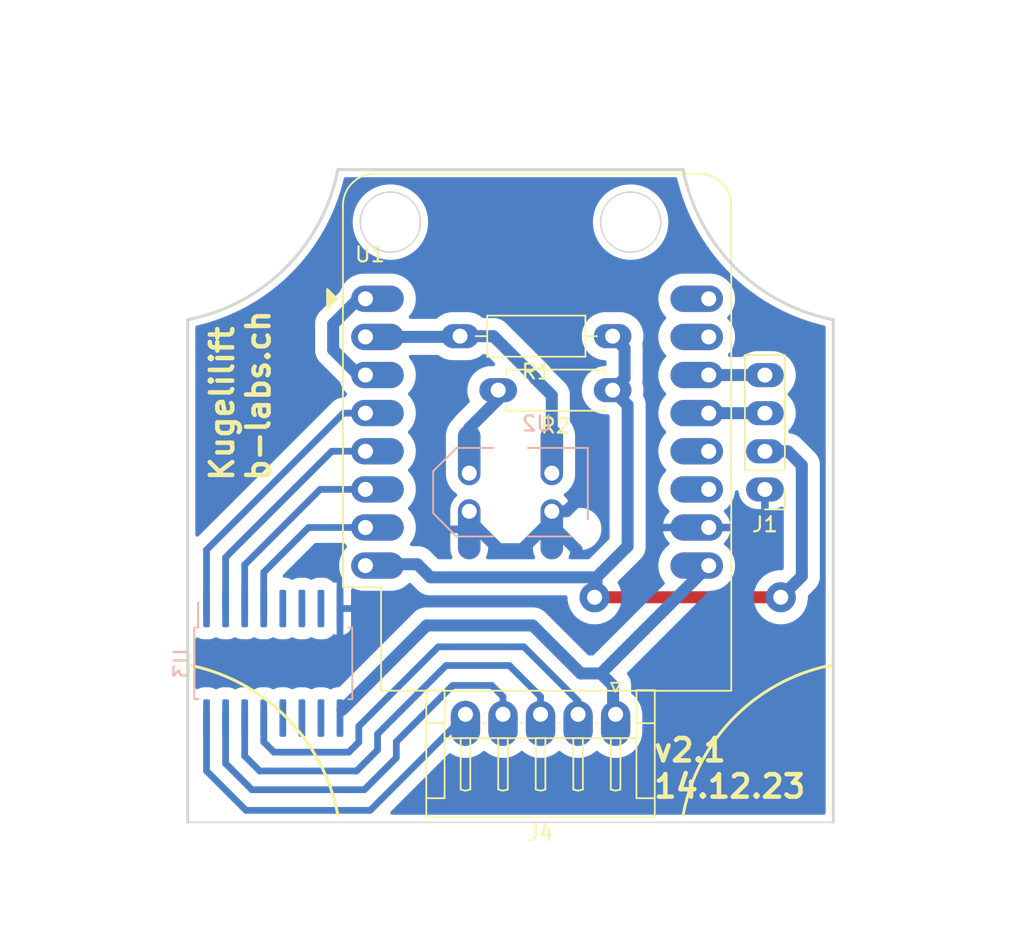
<source format=kicad_pcb>
(kicad_pcb (version 20211014) (generator pcbnew)
  (layers (0 "F.Cu" signal) (31 "B.Cu" signal) (34 "B.Paste" user) (35 "F.Paste" user) (36 "B.SilkS" user "B.Silkscreen") (37 "F.SilkS" user "F.Silkscreen") (38 "B.Mask" user) (39 "F.Mask" user) (44 "Edge.Cuts" user))
  (net 0 "")
  (net 1 "Net-(R1-Pad2)")
  (net 2 "+3V3")
  (net 3 "+5V")
  (net 4 "GND")
  (net 8 "/RST")
  (net 14 "/slim-out-1")
  (net 15 "/slim-out-2")
  (net 16 "/slim-out-3")
  (net 17 "/slim-out-4")
  (net 18 "/slim-in-1")
  (net 19 "/slim-in-2")
  (net 20 "/slim-in-3")
  (net 21 "/slim-in-4")
  (net 22 "/slim-out-5")
  (net 23 "/slim-in-5")
  (net 24 "Net-(R2-Pad2)")
  (net 25 "/SDA")
  (net 26 "/SCL")
  (footprint "Resistor_THT:R_Axial_DIN0207_L6.3mm_D2.5mm_P7.62mm_Horizontal" (layer "F.Cu") (at 128.8 71.2 180)
    (fp_text reference "R2" (at 3.81 -2.37) (layer "F.SilkS"))
    (fp_text value "150")
    (fp_line (start 0.54 -1.04) (end 0.54 -1.37) (layer "F.SilkS") (width 0.12))
    (fp_line (start 7.08 -1.37) (end 7.08 -1.04) (layer "F.SilkS") (width 0.12))
    (fp_line (start 0.54 1.04) (end 0.54 1.37) (layer "F.SilkS") (width 0.12))
    (fp_line (start 0.54 -1.37) (end 7.08 -1.37) (layer "F.SilkS") (width 0.12))
    (fp_line (start 7.08 1.37) (end 7.08 1.04) (layer "F.SilkS") (width 0.12))
    (fp_line (start 0.54 1.37) (end 7.08 1.37) (layer "F.SilkS") (width 0.12))
    (pad "1" thru_hole oval (at 0 0 180) (size 2.5 1.6) (drill 1) (layers *.Cu *.Mask) (net 2 "+3V3"))
    (pad "2" thru_hole oval (at 7.62 0 180) (size 2.5 1.6) (drill 1) (layers *.Cu *.Mask) (net 24 "Net-(R2-Pad2)"))
  )
  (footprint "Module:WEMOS_D1_mini_light" (layer "F.Cu") (at 112.339869 65.11)
    (fp_text reference "U1" (at 0.3 -2.95) (layer "F.SilkS"))
    (fp_text value "WeMos_D1_mini")
    (fp_line (start 1.04 19.22) (end 1.04 26.12) (layer "F.SilkS") (width 0.12))
    (fp_line (start 24.36 26.12) (end 24.36 -6.21) (layer "F.SilkS") (width 0.12))
    (fp_line (start 1.04 26.12) (end 24.36 26.12) (layer "F.SilkS") (width 0.12))
    (fp_line (start -1.5 19.22) (end 1.04 19.22) (layer "F.SilkS") (width 0.12))
    (fp_line (start 22.24 -8.34) (end 0.63 -8.34) (layer "F.SilkS") (width 0.12))
    (fp_line (start -1.5 19.22) (end -1.5 -6.21) (layer "F.SilkS") (width 0.12))
    (fp_arc (start -1.5 -6.21) (mid -0.876137 -7.716137) (end 0.63 -8.34) (layer "F.SilkS") (width 0.12))
    (fp_arc (start 22.23 -8.34) (mid 23.736137 -7.716137) (end 24.36 -6.21) (layer "F.SilkS") (width 0.12))
    (fp_poly (pts (xy -2.54 -0.635) (xy -2.54 0.635) (xy -1.905 0)) (layer "F.SilkS") (width 0.15) (fill solid))
    (pad "1" thru_hole oval (at 0 0) (size 3.5 1.75) (drill 1 (offset 0.8 0)) (layers *.Cu *.Mask) (net 8 "/RST"))
    (pad "2" thru_hole oval (at 0 2.54) (size 3.5 1.75) (drill 1 (offset 0.8 0)) (layers *.Cu *.Mask) (net 1 "Net-(R1-Pad2)"))
    (pad "3" thru_hole oval (at 0 5.08) (size 3.5 1.75) (drill 1 (offset 0.8 0)) (layers *.Cu *.Mask) (net 8 "/RST"))
    (pad "4" thru_hole oval (at 0 7.62) (size 3.5 1.75) (drill 1 (offset 0.8 0)) (layers *.Cu *.Mask) (net 18 "/slim-in-1"))
    (pad "5" thru_hole oval (at 0 10.16) (size 3.5 1.75) (drill 1 (offset 0.8 0)) (layers *.Cu *.Mask) (net 19 "/slim-in-2"))
    (pad "6" thru_hole oval (at 0 12.7) (size 3.5 1.75) (drill 1 (offset 0.8 0)) (layers *.Cu *.Mask) (net 20 "/slim-in-3"))
    (pad "7" thru_hole oval (at 0 15.24) (size 3.5 1.75) (drill 1 (offset 0.8 0)) (layers *.Cu *.Mask) (net 21 "/slim-in-4"))
    (pad "8" thru_hole oval (at 0 17.78) (size 3.5 1.75) (drill 1 (offset 0.8 0)) (layers *.Cu *.Mask) (net 2 "+3V3"))
    (pad "9" thru_hole oval (at 22.86 17.78 180) (size 3.5 1.75) (drill 1 (offset 0.8 0)) (layers *.Cu *.Mask) (net 3 "+5V"))
    (pad "10" thru_hole oval (at 22.86 15.24 180) (size 3.5 1.75) (drill 1 (offset 0.8 0)) (layers *.Cu *.Mask) (net 4 "GND"))
    (pad "11" thru_hole oval (at 22.86 12.7 180) (size 3.5 1.75) (drill 1 (offset 0.8 0)) (layers *.Cu *.Mask))
    (pad "12" thru_hole oval (at 22.86 10.16 180) (size 3.5 1.75) (drill 1 (offset 0.8 0)) (layers *.Cu *.Mask))
    (pad "13" thru_hole oval (at 22.86 7.62 180) (size 3.5 1.75) (drill 1 (offset 0.8 0)) (layers *.Cu *.Mask) (net 25 "/SDA"))
    (pad "14" thru_hole oval (at 22.86 5.08 180) (size 3.5 1.75) (drill 1 (offset 0.8 0)) (layers *.Cu *.Mask) (net 26 "/SCL"))
    (pad "15" thru_hole oval (at 22.86 2.54 180) (size 3.5 1.75) (drill 1 (offset 0.8 0)) (layers *.Cu *.Mask))
    (pad "16" thru_hole oval (at 22.86 0 180) (size 3.5 1.75) (drill 1 (offset 0.8 0)) (layers *.Cu *.Mask))
  )
  (footprint "Connector_PinHeader_2.54mm:PinHeader_1x04_P2.54mm_Vertical" (layer "F.Cu") (at 138.942392 77.815895 180)
    (fp_text reference "J1" (at 0 -2.33) (layer "F.SilkS"))
    (fp_text value "I2C")
    (fp_line (start -1.33 1.27) (end -1.33 8.95) (layer "F.SilkS") (width 0.12))
    (fp_line (start -1.33 -1.33) (end 0 -1.33) (layer "F.SilkS") (width 0.12))
    (fp_line (start 1.33 1.27) (end 1.33 8.95) (layer "F.SilkS") (width 0.12))
    (fp_line (start -1.33 0) (end -1.33 -1.33) (layer "F.SilkS") (width 0.12))
    (fp_line (start -1.33 1.27) (end 1.33 1.27) (layer "F.SilkS") (width 0.12))
    (fp_line (start -1.33 8.95) (end 1.33 8.95) (layer "F.SilkS") (width 0.12))
    (pad "1" thru_hole oval (at 0 0 180) (size 2.5 1.6) (drill 1) (layers *.Cu *.Mask) (net 4 "GND"))
    (pad "2" thru_hole oval (at 0 2.54 180) (size 2.5 1.6) (drill 1) (layers *.Cu *.Mask) (net 2 "+3V3"))
    (pad "3" thru_hole oval (at 0 5.08 180) (size 2.5 1.6) (drill 1) (layers *.Cu *.Mask) (net 25 "/SDA"))
    (pad "4" thru_hole oval (at 0 7.62 180) (size 2.5 1.6) (drill 1) (layers *.Cu *.Mask) (net 26 "/SCL"))
  )
  (footprint "Connector_JST:JST_EH_S5B-EH_1x05_P2.50mm_Horizontal" (layer "F.Cu") (at 129 92.8 180)
    (fp_text reference "J4" (at 5 -7.9) (layer "F.SilkS"))
    (fp_text value "Conn_01x05")
    (fp_line (start 7.18 -5.01) (end 7.5 -5.09) (layer "F.SilkS") (width 0.12))
    (fp_line (start 7.5 -1.59) (end 7.18 -1.59) (layer "F.SilkS") (width 0.12))
    (fp_line (start -1.39 -5.59) (end -1.39 -0.59) (layer "F.SilkS") (width 0.12))
    (fp_line (start -1.39 -0.59) (end -1.39 1.61) (layer "F.SilkS") (width 0.12))
    (fp_line (start 0 -1.59) (end -0.32 -1.59) (layer "F.SilkS") (width 0.12))
    (fp_line (start 1.17 -0.59) (end 1.33 -0.59) (layer "F.SilkS") (width 0.12))
    (fp_line (start 6.17 -0.59) (end 6.33 -0.59) (layer "F.SilkS") (width 0.12))
    (fp_line (start 5 -1.59) (end 4.68 -1.59) (layer "F.SilkS") (width 0.12))
    (fp_line (start -2.61 -5.59) (end -1.39 -5.59) (layer "F.SilkS") (width 0.12))
    (fp_line (start -1.39 -1.59) (end 11.39 -1.59) (layer "F.SilkS") (width 0.12))
    (fp_line (start 7.82 -1.59) (end 7.5 -1.59) (layer "F.SilkS") (width 0.12))
    (fp_line (start -2.61 -6.81) (end 12.61 -6.81) (layer "F.SilkS") (width 0.12))
    (fp_line (start -1.39 1.61) (end -2.61 1.61) (layer "F.SilkS") (width 0.12))
    (fp_line (start -0.32 -1.59) (end -0.32 -5.01) (layer "F.SilkS") (width 0.12))
    (fp_line (start 4.68 -1.59) (end 4.68 -5.01) (layer "F.SilkS") (width 0.12))
    (fp_line (start 9.68 -1.59) (end 9.68 -5.01) (layer "F.SilkS") (width 0.12))
    (fp_line (start 2.5 -5.09) (end 2.82 -5.01) (layer "F.SilkS") (width 0.12))
    (fp_line (start 10 -5.09) (end 10.32 -5.01) (layer "F.SilkS") (width 0.12))
    (fp_line (start 3.67 -0.59) (end 3.83 -0.59) (layer "F.SilkS") (width 0.12))
    (fp_line (start 5.32 -5.01) (end 5.32 -1.59) (layer "F.SilkS") (width 0.12))
    (fp_line (start 9.68 -5.01) (end 10 -5.09) (layer "F.SilkS") (width 0.12))
    (fp_line (start 7.5 -5.09) (end 7.82 -5.01) (layer "F.SilkS") (width 0.12))
    (fp_line (start 11.39 -5.59) (end 11.39 -0.59) (layer "F.SilkS") (width 0.12))
    (fp_line (start 11.39 1.61) (end 11.39 -0.59) (layer "F.SilkS") (width 0.12))
    (fp_line (start 4.68 -5.01) (end 5 -5.09) (layer "F.SilkS") (width 0.12))
    (fp_line (start 2.5 -1.59) (end 2.18 -1.59) (layer "F.SilkS") (width 0.12))
    (fp_line (start 10.32 -1.59) (end 10 -1.59) (layer "F.SilkS") (width 0.12))
    (fp_line (start 2.82 -5.01) (end 2.82 -1.59) (layer "F.SilkS") (width 0.12))
    (fp_line (start 12.61 -5.59) (end 11.39 -5.59) (layer "F.SilkS") (width 0.12))
    (fp_line (start 12.61 1.61) (end 11.39 1.61) (layer "F.SilkS") (width 0.12))
    (fp_line (start 5.32 -1.59) (end 5 -1.59) (layer "F.SilkS") (width 0.12))
    (fp_line (start 7.18 -1.59) (end 7.18 -5.01) (layer "F.SilkS") (width 0.12))
    (fp_line (start 0 1.5) (end -0.3 2.1) (layer "F.SilkS") (width 0.12))
    (fp_line (start 10.32 -5.01) (end 10.32 -1.59) (layer "F.SilkS") (width 0.12))
    (fp_line (start 11.39 -0.59) (end 12.61 -0.59) (layer "F.SilkS") (width 0.12))
    (fp_line (start 0.32 -1.59) (end 0 -1.59) (layer "F.SilkS") (width 0.12))
    (fp_line (start -0.32 -5.01) (end 0 -5.09) (layer "F.SilkS") (width 0.12))
    (fp_line (start 0 -5.09) (end 0.32 -5.01) (layer "F.SilkS") (width 0.12))
    (fp_line (start 7.82 -5.01) (end 7.82 -1.59) (layer "F.SilkS") (width 0.12))
    (fp_line (start 12.61 -6.81) (end 12.61 1.61) (layer "F.SilkS") (width 0.12))
    (fp_line (start 2.18 -5.01) (end 2.5 -5.09) (layer "F.SilkS") (width 0.12))
    (fp_line (start 0.3 2.1) (end 0 1.5) (layer "F.SilkS") (width 0.12))
    (fp_line (start -1.39 -0.59) (end -2.61 -0.59) (layer "F.SilkS") (width 0.12))
    (fp_line (start 5 -5.09) (end 5.32 -5.01) (layer "F.SilkS") (width 0.12))
    (fp_line (start 10 -1.59) (end 9.68 -1.59) (layer "F.SilkS") (width 0.12))
    (fp_line (start -0.3 2.1) (end 0.3 2.1) (layer "F.SilkS") (width 0.12))
    (fp_line (start 2.82 -1.59) (end 2.5 -1.59) (layer "F.SilkS") (width 0.12))
    (fp_line (start 2.18 -1.59) (end 2.18 -5.01) (layer "F.SilkS") (width 0.12))
    (fp_line (start -2.61 1.61) (end -2.61 -6.81) (layer "F.SilkS") (width 0.12))
    (fp_line (start 8.67 -0.59) (end 8.83 -0.59) (layer "F.SilkS") (width 0.12))
    (fp_line (start 0.32 -5.01) (end 0.32 -1.59) (layer "F.SilkS") (width 0.12))
    (pad "1" thru_hole oval (at 0 0 270) (size 3 1.95) (drill 1 (offset 0.6 0)) (layers *.Cu *.Mask) (net 3 "+5V"))
    (pad "2" thru_hole oval (at 2.5 0 270) (size 3 1.95) (drill 1 (offset 0.6 0)) (layers *.Cu *.Mask) (net 17 "/slim-out-4"))
    (pad "3" thru_hole oval (at 5 0 270) (size 3 1.95) (drill 1 (offset 0.6 0)) (layers *.Cu *.Mask) (net 16 "/slim-out-3"))
    (pad "4" thru_hole oval (at 7.5 0 270) (size 3 1.95) (drill 1 (offset 0.6 0)) (layers *.Cu *.Mask) (net 15 "/slim-out-2"))
    (pad "5" thru_hole oval (at 10 0 270) (size 3 1.95) (drill 1 (offset 0.6 0)) (layers *.Cu *.Mask) (net 14 "/slim-out-1"))
  )
  (footprint "Resistor_THT:R_Axial_DIN0207_L6.3mm_D2.5mm_P10.16mm_Horizontal" (layer "F.Cu") (at 128.8 67.6 180)
    (fp_text reference "R1" (at 5.08 -2.37) (layer "F.SilkS"))
    (fp_text value "10k")
    (fp_line (start 1.04 0) (end 1.81 0) (layer "F.SilkS") (width 0.12))
    (fp_line (start 1.81 -1.37) (end 1.81 1.37) (layer "F.SilkS") (width 0.12))
    (fp_line (start 1.81 1.37) (end 8.35 1.37) (layer "F.SilkS") (width 0.12))
    (fp_line (start 8.35 1.37) (end 8.35 -1.37) (layer "F.SilkS") (width 0.12))
    (fp_line (start 8.35 -1.37) (end 1.81 -1.37) (layer "F.SilkS") (width 0.12))
    (fp_line (start 9.12 0) (end 8.35 0) (layer "F.SilkS") (width 0.12))
    (pad "1" thru_hole oval (at 0 0 180) (size 2.5 1.6) (drill 1) (layers *.Cu *.Mask) (net 2 "+3V3"))
    (pad "2" thru_hole oval (at 10.16 0 180) (size 2.5 1.6) (drill 1) (layers *.Cu *.Mask) (net 1 "Net-(R1-Pad2)"))
  )
  (footprint "tcrt5000:tcrt5000" (layer "B.Cu") (at 122.000002 77.999998 180)
    (fp_text reference "U2" (at -1.76355 4.57476) (layer "B.SilkS") (effects (font (size 1.004126 1.004126)) (justify mirror)))
    (fp_text value "TCRT5000")
    (fp_line (start 5.15 -1.4) (end 5.15 1.4) (layer "B.SilkS") (width 0.127))
    (fp_line (start -5.15 2.95) (end -1.17 2.95) (layer "B.SilkS") (width 0.127))
    (fp_line (start 3.6 -2.95) (end 5.15 -1.4) (layer "B.SilkS") (width 0.127))
    (fp_line (start -5.15 -1.8) (end -5.15 2.95) (layer "B.SilkS") (width 0.127))
    (fp_line (start 1.17 -2.95) (end 3.6 -2.95) (layer "B.SilkS") (width 0.127))
    (fp_line (start 3.6 2.95) (end 1.17 2.95) (layer "B.SilkS") (width 0.127))
    (fp_line (start 3.6 2.95) (end 5.15 1.4) (layer "B.SilkS") (width 0.127))
    (fp_line (start -4 -2.95) (end -1.17 -2.95) (layer "B.SilkS") (width 0.127))
    (pad "" np_thru_hole circle (at 0 -1.9 180) (size 2.5 2.5) (drill 2.5) (layers *.Cu *.Mask))
    (pad "" np_thru_hole circle (at 0 1.9 180) (size 2.5 2.5) (drill 2.5) (layers *.Cu *.Mask))
    (pad "" np_thru_hole circle (at -4.65 -2.45 180) (size 1 1) (drill 1.2) (layers F&B.Cu *.Mask))
    (pad "A" thru_hole oval (at 2.75 1.27 90) (size 4 1.5) (drill 1 (offset 1.2 0)) (layers *.Cu *.Mask) (net 24 "Net-(R2-Pad2)"))
    (pad "CATH" thru_hole oval (at 2.75 -1.27 270) (size 4 1.5) (drill 1 (offset 1.2 0)) (layers *.Cu *.Mask) (net 4 "GND"))
    (pad "COLL" thru_hole oval (at -2.75 1.27 90) (size 4 1.5) (drill 1 (offset 1.2 0)) (layers *.Cu *.Mask) (net 1 "Net-(R1-Pad2)"))
    (pad "E" thru_hole oval (at -2.75 -1.27 270) (size 4 1.5) (drill 1 (offset 1.2 0)) (layers *.Cu *.Mask) (net 4 "GND"))
  )
  (footprint "Package_SO:SOP-16_4.55x10.3mm_P1.27mm" (layer "B.Cu") (at 106.2 89.4 -90)
    (fp_text reference "U3" (at 0 6.1 90) (layer "B.SilkS") (effects (justify mirror)))
    (fp_text value "ULN2003A")
    (fp_line (start 0 5.26) (end 2.385 5.26) (layer "B.SilkS") (width 0.12))
    (fp_line (start 0 5.26) (end -2.385 5.26) (layer "B.SilkS") (width 0.12))
    (fp_line (start -2.385 5.005) (end -4.05 5.005) (layer "B.SilkS") (width 0.12))
    (fp_line (start -2.385 -5.26) (end -2.385 -5.005) (layer "B.SilkS") (width 0.12))
    (fp_line (start 0 -5.26) (end 2.385 -5.26) (layer "B.SilkS") (width 0.12))
    (fp_line (start 2.385 -5.26) (end 2.385 -5.005) (layer "B.SilkS") (width 0.12))
    (fp_line (start 2.385 5.26) (end 2.385 5.005) (layer "B.SilkS") (width 0.12))
    (fp_line (start 0 -5.26) (end -2.385 -5.26) (layer "B.SilkS") (width 0.12))
    (fp_line (start -2.385 5.26) (end -2.385 5.005) (layer "B.SilkS") (width 0.12))
    (pad "1" smd roundrect (at -3.25 4.445 90) (size 2.5 0.45) (drill (offset 0.4 0)) (layers "B.Cu" "B.Paste" "B.Mask") (net 18 "/slim-in-1"))
    (pad "2" smd roundrect (at -3.25 3.175 90) (size 2.5 0.45) (drill (offset 0.4 0)) (layers "B.Cu" "B.Paste" "B.Mask") (net 19 "/slim-in-2"))
    (pad "3" smd roundrect (at -3.25 1.905 90) (size 2.5 0.45) (drill (offset 0.4 0)) (layers "B.Cu" "B.Paste" "B.Mask") (net 20 "/slim-in-3"))
    (pad "4" smd roundrect (at -3.25 0.635 90) (size 2.5 0.45) (drill (offset 0.4 0)) (layers "B.Cu" "B.Paste" "B.Mask") (net 21 "/slim-in-4"))
    (pad "5" smd roundrect (at -3.25 -0.635 90) (size 2.5 0.45) (drill (offset 0.4 0)) (layers "B.Cu" "B.Paste" "B.Mask") (net 23 "/slim-in-5"))
    (pad "6" smd roundrect (at -3.25 -1.905 90) (size 2.5 0.45) (drill (offset 0.4 0)) (layers "B.Cu" "B.Paste" "B.Mask"))
    (pad "7" smd roundrect (at -3.25 -3.175 90) (size 2.5 0.45) (drill (offset 0.4 0)) (layers "B.Cu" "B.Paste" "B.Mask"))
    (pad "8" smd roundrect (at -3.25 -4.445 90) (size 2.5 0.45) (drill (offset 0.4 0)) (layers "B.Cu" "B.Paste" "B.Mask") (net 4 "GND"))
    (pad "9" smd roundrect (at 3.25 -4.445 270) (size 2.5 0.45) (drill (offset 0.4 0)) (layers "B.Cu" "B.Paste" "B.Mask") (net 3 "+5V"))
    (pad "10" smd roundrect (at 3.25 -3.175 270) (size 2.5 0.45) (drill (offset 0.4 0)) (layers "B.Cu" "B.Paste" "B.Mask"))
    (pad "11" smd roundrect (at 3.25 -1.905 270) (size 2.5 0.45) (drill (offset 0.4 0)) (layers "B.Cu" "B.Paste" "B.Mask"))
    (pad "12" smd roundrect (at 3.25 -0.635 270) (size 2.5 0.45) (drill (offset 0.4 0)) (layers "B.Cu" "B.Paste" "B.Mask") (net 22 "/slim-out-5"))
    (pad "13" smd roundrect (at 3.25 0.635 270) (size 2.5 0.45) (drill (offset 0.4 0)) (layers "B.Cu" "B.Paste" "B.Mask") (net 17 "/slim-out-4"))
    (pad "14" smd roundrect (at 3.25 1.905 270) (size 2.5 0.45) (drill (offset 0.4 0)) (layers "B.Cu" "B.Paste" "B.Mask") (net 16 "/slim-out-3"))
    (pad "15" smd roundrect (at 3.25 3.175 270) (size 2.5 0.45) (drill (offset 0.4 0)) (layers "B.Cu" "B.Paste" "B.Mask") (net 15 "/slim-out-2"))
    (pad "16" smd roundrect (at 3.25 4.445 270) (size 2.5 0.45) (drill (offset 0.4 0)) (layers "B.Cu" "B.Paste" "B.Mask") (net 14 "/slim-out-1"))
  )
  (gr_arc locked (start 133.5 99.5) (mid 136.952748 92.952748) (end 143.5 89.5) (layer "F.SilkS") (width 0.2))
  (gr_arc locked (start 100.5 89.5) (mid 107.034071 92.965929) (end 110.5 99.5) (layer "F.SilkS") (width 0.2))
  (gr_circle (center 130 60) (end 132 60) (layer "Edge.Cuts") (width 0.1) (fill none))
  (gr_line (start 100.5 100) (end 143.5 100) (layer "Edge.Cuts") (width 0.1))
  (gr_line (start 100.5 100) (end 100.5 66.5) (layer "Edge.Cuts") (width 0.2))
  (gr_line (start 143.5 66.5) (end 143.5 100) (layer "Edge.Cuts") (width 0.2))
  (gr_line locked (start 110.5 56.5) (end 133.5 56.5) (layer "Edge.Cuts") (width 0.2))
  (gr_arc locked (start 110.5 56.5) (mid 107.033197 63.033197) (end 100.5 66.5) (layer "Edge.Cuts") (width 0.2))
  (gr_arc locked (start 143.5 66.5) (mid 136.966803 63.033197) (end 133.5 56.5) (layer "Edge.Cuts") (width 0.2))
  (gr_circle (center 114 60) (end 116 60) (layer "Edge.Cuts") (width 0.1) (fill none))
  (gr_text "v2.1\n14.12.23\n" (at 131.4 96.4) (layer "F.SilkS") (effects (font (size 1.5 1.5) (thickness 0.3)) (justify left)))
  (gr_text "Kugelilift\nb-labs.ch" (at 104 77.4 90) (layer "F.SilkS") (effects (font (size 1.5 1.5) (thickness 0.3)) (justify left)))
  (segment (start 123.63 70.43) (end 124.750002 71.550002) (width 0.8) (layer "B.Cu") (net 1))
  (segment (start 118.64 67.6) (end 120.858427 67.6) (width 0.8) (layer "B.Cu") (net 1))
  (segment (start 118.59 67.65) (end 118.64 67.6) (width 0.8) (layer "B.Cu") (net 1))
  (segment (start 120.858427 67.6) (end 123.63 70.371573) (width 0.8) (layer "B.Cu") (net 1))
  (segment (start 123.63 70.371573) (end 123.63 70.43) (width 0.8) (layer "B.Cu") (net 1))
  (segment (start 112.339869 67.65) (end 118.59 67.65) (width 0.8) (layer "B.Cu") (net 1))
  (segment (start 124.750002 71.550002) (end 124.750002 76.729998) (width 0.8) (layer "B.Cu") (net 1))
  (segment (start 140 85) (end 127.6 85) (width 0.8) (layer "F.Cu") (net 2))
  (via (at 140 85) (size 2) (drill 1) (layers "F.Cu" "B.Cu") (net 2))
  (via (at 127.6 85) (size 2) (drill 1) (layers "F.Cu" "B.Cu") (net 2))
  (segment (start 141.4 76.2) (end 141.4 83.6) (width 0.8) (layer "B.Cu") (net 2))
  (segment (start 128.8 67.6) (end 129.6 68.4) (width 0.8) (layer "B.Cu") (net 2))
  (segment (start 140.475895 75.275895) (end 141.4 76.2) (width 0.8) (layer "B.Cu") (net 2))
  (segment (start 129.6 68.4) (end 129.6 70.4) (width 0.8) (layer "B.Cu") (net 2))
  (segment (start 116.669998 83.669998) (end 127.730002 83.669998) (width 0.8) (layer "B.Cu") (net 2))
  (segment (start 127.730002 83.669998) (end 129.8 81.6) (width 0.8) (layer "B.Cu") (net 2))
  (segment (start 115.8 82.8) (end 116.669998 83.669998) (width 0.8) (layer "B.Cu") (net 2))
  (segment (start 141.4 83.6) (end 140 85) (width 0.8) (layer "B.Cu") (net 2))
  (segment (start 127.730002 83.669998) (end 127.730002 84.869998) (width 0.8) (layer "B.Cu") (net 2))
  (segment (start 138.942392 75.275895) (end 140.475895 75.275895) (width 0.8) (layer "B.Cu") (net 2))
  (segment (start 112.429869 82.8) (end 115.8 82.8) (width 0.8) (layer "B.Cu") (net 2))
  (segment (start 112.339869 82.89) (end 112.429869 82.8) (width 0.8) (layer "B.Cu") (net 2))
  (segment (start 129.6 70.4) (end 128.8 71.2) (width 0.8) (layer "B.Cu") (net 2))
  (segment (start 129.8 81.6) (end 129.8 72.2) (width 0.8) (layer "B.Cu") (net 2))
  (segment (start 127.730002 84.869998) (end 127.6 85) (width 0.8) (layer "B.Cu") (net 2))
  (segment (start 129.8 72.2) (end 128.8 71.2) (width 0.8) (layer "B.Cu") (net 2))
  (segment (start 126.676495 90.076495) (end 128.013374 90.076495) (width 0.8) (layer "B.Cu") (net 3))
  (segment (start 128.831658 90.894779) (end 128.831658 92.631658) (width 0.8) (layer "B.Cu") (net 3))
  (segment (start 123.476498 86.876498) (end 126.676495 90.076495) (width 0.8) (layer "B.Cu") (net 3))
  (segment (start 128.013374 90.076495) (end 135.199869 82.89) (width 0.8) (layer "B.Cu") (net 3))
  (segment (start 110.7995 92.4955) (end 116.418502 86.876498) (width 0.8) (layer "B.Cu") (net 3))
  (segment (start 128.013374 90.076495) (end 128.831658 90.894779) (width 0.8) (layer "B.Cu") (net 3))
  (segment (start 116.418502 86.876498) (end 123.476498 86.876498) (width 0.8) (layer "B.Cu") (net 3))
  (segment (start 128.831658 92.631658) (end 129 92.8) (width 0.8) (layer "B.Cu") (net 3))
  (segment (start 124.750002 79.269998) (end 124.750002 80.750002) (width 0.8) (layer "B.Cu") (net 4))
  (segment (start 121.212995 81.799999) (end 119.250002 79.837006) (width 0.8) (layer "B.Cu") (net 4))
  (segment (start 126.4 81.826344) (end 126.4 82) (width 0.8) (layer "B.Cu") (net 4))
  (segment (start 124.750002 79.269998) (end 124.750002 79.837006) (width 0.8) (layer "B.Cu") (net 4))
  (segment (start 125.730002 79.269998) (end 127.2 77.8) (width 0.8) (layer "B.Cu") (net 4))
  (segment (start 124.750002 80.176346) (end 126.4 81.826344) (width 0.8) (layer "B.Cu") (net 4))
  (segment (start 119.250002 79.837006) (end 119.250002 79.269998) (width 0.8) (layer "B.Cu") (net 4))
  (segment (start 124.750002 79.269998) (end 124.750002 80.176346) (width 0.8) (layer "B.Cu") (net 4))
  (segment (start 122.787009 81.799999) (end 121.212995 81.799999) (width 0.8) (layer "B.Cu") (net 4))
  (segment (start 124.750002 79.837006) (end 122.787009 81.799999) (width 0.8) (layer "B.Cu") (net 4))
  (segment (start 124.750002 79.269998) (end 125.730002 79.269998) (width 0.8) (layer "B.Cu") (net 4))
  (segment (start 111.870376 65.11) (end 110.189869 66.790507) (width 0.8) (layer "B.Cu") (net 8))
  (segment (start 111.870376 70.19) (end 112.339869 70.19) (width 0.8) (layer "B.Cu") (net 8))
  (segment (start 110.189869 68.509493) (end 111.870376 70.19) (width 0.8) (layer "B.Cu") (net 8))
  (segment (start 110.189869 66.790507) (end 110.189869 68.509493) (width 0.8) (layer "B.Cu") (net 8))
  (segment (start 112.339869 65.11) (end 111.870376 65.11) (width 0.8) (layer "B.Cu") (net 8))
  (segment (start 101.755 96.571183) (end 104.383817 99.2) (width 0.45) (layer "B.Cu") (net 14))
  (segment (start 101.755 92.65) (end 101.755 96.571183) (width 0.45) (layer "B.Cu") (net 14))
  (segment (start 104.383817 99.2) (end 112.654854 99.2) (width 0.45) (layer "B.Cu") (net 14))
  (segment (start 119 92.854854) (end 119 92.8) (width 0.45) (layer "B.Cu") (net 14))
  (segment (start 112.654854 99.2) (end 119 92.854854) (width 0.45) (layer "B.Cu") (net 14))
  (segment (start 120.75 90.875) (end 121.5 91.625) (width 0.45) (layer "B.Cu") (net 15))
  (segment (start 121.5 91.625) (end 121.5 92.8) (width 0.45) (layer "B.Cu") (net 15))
  (segment (start 104.775586 97.824002) (end 112.263786 97.824002) (width 0.45) (layer "B.Cu") (net 15))
  (segment (start 112.263786 97.824002) (end 114.394001 95.693787) (width 0.45) (layer "B.Cu") (net 15))
  (segment (start 118.14835 90.875) (end 120.75 90.875) (width 0.45) (layer "B.Cu") (net 15))
  (segment (start 103.025 92.65) (end 103.025 96.073417) (width 0.45) (layer "B.Cu") (net 15))
  (segment (start 114.394001 95.693787) (end 114.394001 94.629349) (width 0.45) (layer "B.Cu") (net 15))
  (segment (start 103.025 96.073417) (end 104.775586 97.824002) (width 0.45) (layer "B.Cu") (net 15))
  (segment (start 114.394001 94.629349) (end 118.14835 90.875) (width 0.45) (layer "B.Cu") (net 15))
  (segment (start 104.295 95.576355) (end 105.293146 96.574501) (width 0.45) (layer "B.Cu") (net 16))
  (segment (start 121.925499 89.550499) (end 124 91.625) (width 0.45) (layer "B.Cu") (net 16))
  (segment (start 113.1445 94.111788) (end 117.70579 89.550499) (width 0.45) (layer "B.Cu") (net 16))
  (segment (start 113.144501 95.176227) (end 113.1445 94.111788) (width 0.45) (layer "B.Cu") (net 16))
  (segment (start 117.70579 89.550499) (end 121.925499 89.550499) (width 0.45) (layer "B.Cu") (net 16))
  (segment (start 111.746227 96.574501) (end 113.144501 95.176227) (width 0.45) (layer "B.Cu") (net 16))
  (segment (start 104.295 92.65) (end 104.295 95.576355) (width 0.45) (layer "B.Cu") (net 16))
  (segment (start 105.293146 96.574501) (end 111.746227 96.574501) (width 0.45) (layer "B.Cu") (net 16))
  (segment (start 124 91.625) (end 124 92.8) (width 0.45) (layer "B.Cu") (net 16))
  (segment (start 111.894999 93.594227) (end 117.188228 88.300998) (width 0.45) (layer "B.Cu") (net 17))
  (segment (start 111.895 94.658668) (end 111.894999 93.594227) (width 0.45) (layer "B.Cu") (net 17))
  (segment (start 122.88645 88.300998) (end 126.5 91.914548) (width 0.45) (layer "B.Cu") (net 17))
  (segment (start 111.228668 95.325) (end 111.895 94.658668) (width 0.45) (layer "B.Cu") (net 17))
  (segment (start 105.565 92.65) (end 105.565 94.638668) (width 0.45) (layer "B.Cu") (net 17))
  (segment (start 105.565 94.638668) (end 106.251332 95.325) (width 0.45) (layer "B.Cu") (net 17))
  (segment (start 117.188228 88.300998) (end 122.88645 88.300998) (width 0.45) (layer "B.Cu") (net 17))
  (segment (start 106.251332 95.325) (end 111.228668 95.325) (width 0.45) (layer "B.Cu") (net 17))
  (segment (start 126.5 91.914548) (end 126.5 92.8) (width 0.45) (layer "B.Cu") (net 17))
  (segment (start 101.755 86.15) (end 101.755 81.845) (width 0.45) (layer "B.Cu") (net 18))
  (segment (start 101.755 81.845) (end 110.87 72.73) (width 0.45) (layer "B.Cu") (net 18))
  (segment (start 110.87 72.73) (end 112.339869 72.73) (width 0.45) (layer "B.Cu") (net 18))
  (segment (start 110.097062 75.27) (end 103.025 82.342062) (width 0.45) (layer "B.Cu") (net 19))
  (segment (start 112.339869 75.27) (end 110.097062 75.27) (width 0.45) (layer "B.Cu") (net 19))
  (segment (start 103.025 82.342062) (end 103.025 86.15) (width 0.45) (layer "B.Cu") (net 19))
  (segment (start 109.324124 77.81) (end 104.295 82.839124) (width 0.45) (layer "B.Cu") (net 20))
  (segment (start 112.339869 77.81) (end 109.324124 77.81) (width 0.45) (layer "B.Cu") (net 20))
  (segment (start 104.295 82.839124) (end 104.295 86.15) (width 0.45) (layer "B.Cu") (net 20))
  (segment (start 112.339869 80.35) (end 108.551186 80.35) (width 0.45) (layer "B.Cu") (net 21))
  (segment (start 105.565 83.336186) (end 105.565 86.15) (width 0.45) (layer "B.Cu") (net 21))
  (segment (start 108.551186 80.35) (end 105.565 83.336186) (width 0.45) (layer "B.Cu") (net 21))
  (segment (start 119.250002 73.729998) (end 119.250002 76.729998) (width 0.8) (layer "B.Cu") (net 24))
  (segment (start 121.18 71.2) (end 121.18 71.8) (width 0.8) (layer "B.Cu") (net 24))
  (segment (start 121.18 71.8) (end 119.250002 73.729998) (width 0.8) (layer "B.Cu") (net 24))
  (segment (start 138.936497 72.73) (end 138.942392 72.735895) (width 0.8) (layer "B.Cu") (net 25))
  (segment (start 135.199869 72.73) (end 138.936497 72.73) (width 0.8) (layer "B.Cu") (net 25))
  (segment (start 135.199869 70.19) (end 138.936497 70.19) (width 0.8) (layer "B.Cu") (net 26))
  (segment (start 138.936497 70.19) (end 138.942392 70.195895) (width 0.8) (layer "B.Cu") (net 26))
  (zone (net 4) (net_name "GND") (layer "B.Cu") (connect_pads (clearance 0.508)) (min_thickness 0.254) (fill yes (thermal_gap 0.508) (thermal_bridge_width 0.508))
    (polygon (pts (xy 156.2 107.2) (xy 88 107.2) (xy 88 45.2) (xy 156.2 45.2)))
  )
)
</source>
